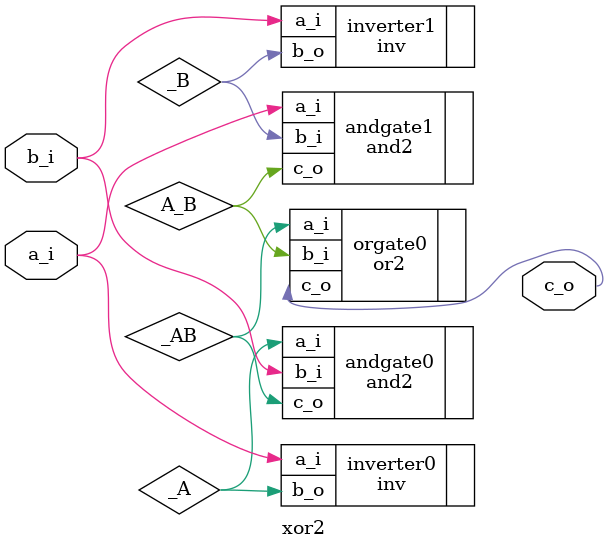
<source format=sv>
module xor2
  (input [0:0] a_i
  ,input [0:0] b_i
  ,output [0:0] c_o);

   // Implement a Two-Input Exclusive OR Module (xor2). For full credit you
   // must use the three following modules provided:
   // 
   // Two-Input And Gate:
   // 
   // module and2
   //   (input [0:0] a_i
   //   ,input [0:0] b_i
   //   ,output [0:0] c_o);
   //
   // 
   // Two-Input Or Gate:
   // 
   // module or2
   //   (input [0:0] a_i
   //   ,input [0:0] b_i
   //   ,output [0:0] c_o);
   //
   // Inverter:
   // 
   // module inv
   // (input [0:0] a_i
   // ,output [0:0] b_o);
   //
   // For more information see the the provided_modules directory.
   //
   // Using any behavioral verilog operators will yield zero points
   // for code correctness (but not affect your demonstration grade).
   // You may use assign, instantiate modules, and declare wires.
   //
   // The Truth Table of the xor2 module is as follows:
   // 
   // For simplicity, A = a_i, B = b_i,, C = c_o
   //
   // A | B | C
   // 0 | 0 | 0
   // 0 | 1 | 1
   // 1 | 0 | 1
   // 0 | 1 | 0
   // 
   // Your code here:
   wire A_B;
   wire _AB;
   wire _A;
   wire _B;
   inv inverter0 (.a_i(a_i), .b_o(_A));
   inv inverter1 (.a_i(b_i), .b_o(_B));
   and2 andgate0 (.a_i(_A), .b_i(b_i), .c_o(_AB));
   and2 andgate1 (.a_i(a_i), .b_i(_B), .c_o(A_B));
   or2 orgate0 (.a_i(_AB), .b_i(A_B), .c_o(c_o));
   //(a_i&~b_i)|(~a_i&b_i);

endmodule

</source>
